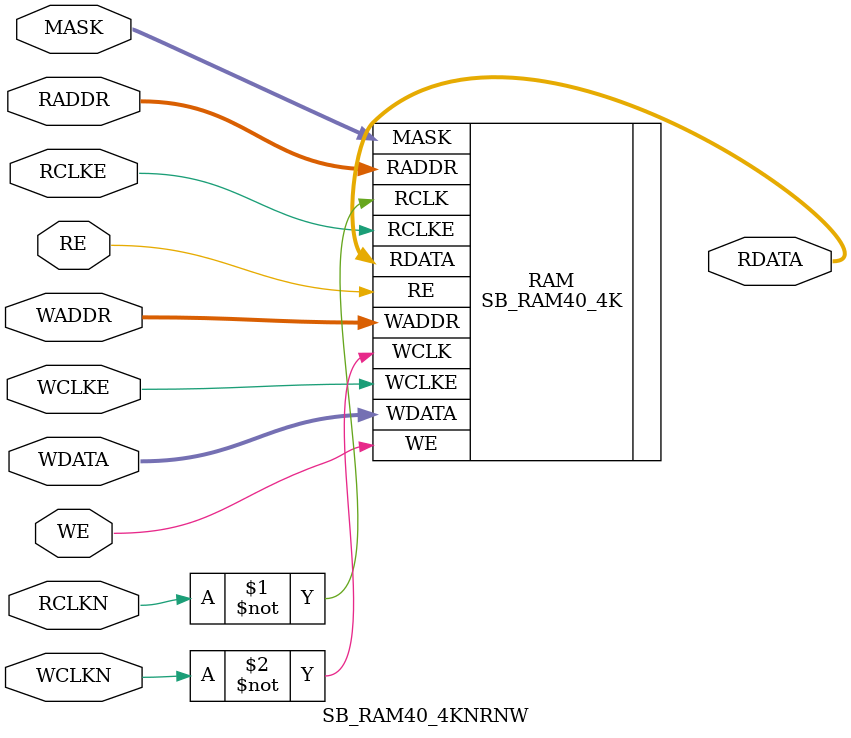
<source format=v>
module SB_RAM40_4KNRNW (
	output [15:0] RDATA,
	input         RCLKN, RCLKE, RE,
	input  [10:0] RADDR,
	input         WCLKN, WCLKE, WE,
	input  [10:0] WADDR,
	input  [15:0] MASK, WDATA
);
	parameter WRITE_MODE = 0;
	parameter READ_MODE = 0;

	parameter INIT_0 = 256'h0000000000000000000000000000000000000000000000000000000000000000;
	parameter INIT_1 = 256'h0000000000000000000000000000000000000000000000000000000000000000;
	parameter INIT_2 = 256'h0000000000000000000000000000000000000000000000000000000000000000;
	parameter INIT_3 = 256'h0000000000000000000000000000000000000000000000000000000000000000;
	parameter INIT_4 = 256'h0000000000000000000000000000000000000000000000000000000000000000;
	parameter INIT_5 = 256'h0000000000000000000000000000000000000000000000000000000000000000;
	parameter INIT_6 = 256'h0000000000000000000000000000000000000000000000000000000000000000;
	parameter INIT_7 = 256'h0000000000000000000000000000000000000000000000000000000000000000;
	parameter INIT_8 = 256'h0000000000000000000000000000000000000000000000000000000000000000;
	parameter INIT_9 = 256'h0000000000000000000000000000000000000000000000000000000000000000;
	parameter INIT_A = 256'h0000000000000000000000000000000000000000000000000000000000000000;
	parameter INIT_B = 256'h0000000000000000000000000000000000000000000000000000000000000000;
	parameter INIT_C = 256'h0000000000000000000000000000000000000000000000000000000000000000;
	parameter INIT_D = 256'h0000000000000000000000000000000000000000000000000000000000000000;
	parameter INIT_E = 256'h0000000000000000000000000000000000000000000000000000000000000000;
	parameter INIT_F = 256'h0000000000000000000000000000000000000000000000000000000000000000;

	SB_RAM40_4K #(
		.WRITE_MODE(WRITE_MODE),
		.READ_MODE (READ_MODE ),
		.INIT_0    (INIT_0    ),
		.INIT_1    (INIT_1    ),
		.INIT_2    (INIT_2    ),
		.INIT_3    (INIT_3    ),
		.INIT_4    (INIT_4    ),
		.INIT_5    (INIT_5    ),
		.INIT_6    (INIT_6    ),
		.INIT_7    (INIT_7    ),
		.INIT_8    (INIT_8    ),
		.INIT_9    (INIT_9    ),
		.INIT_A    (INIT_A    ),
		.INIT_B    (INIT_B    ),
		.INIT_C    (INIT_C    ),
		.INIT_D    (INIT_D    ),
		.INIT_E    (INIT_E    ),
		.INIT_F    (INIT_F    )
	) RAM (
		.RDATA(RDATA),
		.RCLK (~RCLKN),
		.RCLKE(RCLKE),
		.RE   (RE   ),
		.RADDR(RADDR),
		.WCLK (~WCLKN),
		.WCLKE(WCLKE),
		.WE   (WE   ),
		.WADDR(WADDR),
		.MASK (MASK ),
		.WDATA(WDATA)
	);
endmodule

</source>
